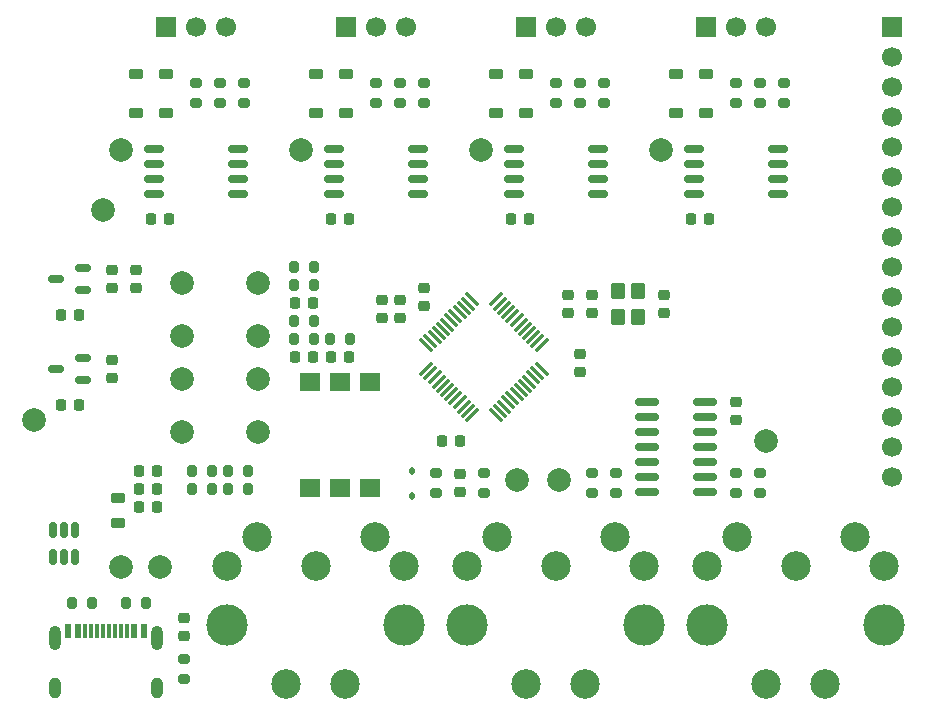
<source format=gbr>
%TF.GenerationSoftware,KiCad,Pcbnew,9.0.4*%
%TF.CreationDate,2025-12-28T22:29:46+01:00*%
%TF.ProjectId,Midi Expressor,4d696469-2045-4787-9072-6573736f722e,rev?*%
%TF.SameCoordinates,Original*%
%TF.FileFunction,Soldermask,Top*%
%TF.FilePolarity,Negative*%
%FSLAX46Y46*%
G04 Gerber Fmt 4.6, Leading zero omitted, Abs format (unit mm)*
G04 Created by KiCad (PCBNEW 9.0.4) date 2025-12-28 22:29:46*
%MOMM*%
%LPD*%
G01*
G04 APERTURE LIST*
G04 Aperture macros list*
%AMRoundRect*
0 Rectangle with rounded corners*
0 $1 Rounding radius*
0 $2 $3 $4 $5 $6 $7 $8 $9 X,Y pos of 4 corners*
0 Add a 4 corners polygon primitive as box body*
4,1,4,$2,$3,$4,$5,$6,$7,$8,$9,$2,$3,0*
0 Add four circle primitives for the rounded corners*
1,1,$1+$1,$2,$3*
1,1,$1+$1,$4,$5*
1,1,$1+$1,$6,$7*
1,1,$1+$1,$8,$9*
0 Add four rect primitives between the rounded corners*
20,1,$1+$1,$2,$3,$4,$5,0*
20,1,$1+$1,$4,$5,$6,$7,0*
20,1,$1+$1,$6,$7,$8,$9,0*
20,1,$1+$1,$8,$9,$2,$3,0*%
G04 Aperture macros list end*
%ADD10C,2.000000*%
%ADD11R,1.780000X1.520000*%
%ADD12RoundRect,0.225000X-0.225000X-0.250000X0.225000X-0.250000X0.225000X0.250000X-0.225000X0.250000X0*%
%ADD13RoundRect,0.112500X-0.112500X0.187500X-0.112500X-0.187500X0.112500X-0.187500X0.112500X0.187500X0*%
%ADD14C,3.500000*%
%ADD15C,2.500000*%
%ADD16R,1.700000X1.700000*%
%ADD17C,1.700000*%
%ADD18RoundRect,0.225000X0.375000X-0.225000X0.375000X0.225000X-0.375000X0.225000X-0.375000X-0.225000X0*%
%ADD19RoundRect,0.200000X-0.275000X0.200000X-0.275000X-0.200000X0.275000X-0.200000X0.275000X0.200000X0*%
%ADD20RoundRect,0.200000X0.275000X-0.200000X0.275000X0.200000X-0.275000X0.200000X-0.275000X-0.200000X0*%
%ADD21RoundRect,0.162500X0.650000X0.162500X-0.650000X0.162500X-0.650000X-0.162500X0.650000X-0.162500X0*%
%ADD22RoundRect,0.225000X-0.250000X0.225000X-0.250000X-0.225000X0.250000X-0.225000X0.250000X0.225000X0*%
%ADD23RoundRect,0.225000X0.250000X-0.225000X0.250000X0.225000X-0.250000X0.225000X-0.250000X-0.225000X0*%
%ADD24RoundRect,0.200000X-0.200000X-0.275000X0.200000X-0.275000X0.200000X0.275000X-0.200000X0.275000X0*%
%ADD25RoundRect,0.200000X0.200000X0.275000X-0.200000X0.275000X-0.200000X-0.275000X0.200000X-0.275000X0*%
%ADD26RoundRect,0.218750X0.381250X-0.218750X0.381250X0.218750X-0.381250X0.218750X-0.381250X-0.218750X0*%
%ADD27RoundRect,0.150000X0.150000X-0.512500X0.150000X0.512500X-0.150000X0.512500X-0.150000X-0.512500X0*%
%ADD28RoundRect,0.150000X0.512500X0.150000X-0.512500X0.150000X-0.512500X-0.150000X0.512500X-0.150000X0*%
%ADD29R,0.600000X1.240000*%
%ADD30R,0.300000X1.240000*%
%ADD31O,1.000000X2.100000*%
%ADD32O,1.000000X1.800000*%
%ADD33RoundRect,0.250000X0.350000X-0.450000X0.350000X0.450000X-0.350000X0.450000X-0.350000X-0.450000X0*%
%ADD34RoundRect,0.150000X-0.825000X-0.150000X0.825000X-0.150000X0.825000X0.150000X-0.825000X0.150000X0*%
%ADD35RoundRect,0.225000X0.225000X0.250000X-0.225000X0.250000X-0.225000X-0.250000X0.225000X-0.250000X0*%
%ADD36RoundRect,0.075000X0.415425X0.521491X-0.521491X-0.415425X-0.415425X-0.521491X0.521491X0.415425X0*%
%ADD37RoundRect,0.075000X-0.415425X0.521491X-0.521491X0.415425X0.415425X-0.521491X0.521491X-0.415425X0*%
G04 APERTURE END LIST*
D10*
%TO.C,TP2*%
X124968000Y-121158000D03*
%TD*%
D11*
%TO.C,U6*%
X148336000Y-126928000D03*
X150876000Y-126928000D03*
X153416000Y-126928000D03*
X153416000Y-117928000D03*
X150876000Y-117928000D03*
X148336000Y-117928000D03*
%TD*%
D10*
%TO.C,TP11*%
X178054000Y-98298000D03*
%TD*%
%TO.C,TP10*%
X162814000Y-98298000D03*
%TD*%
%TO.C,TP9*%
X147574000Y-98298000D03*
%TD*%
%TO.C,TP8*%
X132334000Y-98298000D03*
%TD*%
%TO.C,TP7*%
X186944000Y-122936000D03*
%TD*%
%TO.C,TP6*%
X169418000Y-126238000D03*
%TD*%
%TO.C,TP5*%
X135636000Y-133604000D03*
%TD*%
%TO.C,TP4*%
X130810000Y-103378000D03*
%TD*%
%TO.C,TP3*%
X165862000Y-126238000D03*
%TD*%
%TO.C,TP1*%
X132334000Y-133604000D03*
%TD*%
D12*
%TO.C,C22*%
X150101000Y-115824000D03*
X151651000Y-115824000D03*
%TD*%
D13*
%TO.C,D3*%
X156972000Y-125442000D03*
X156972000Y-127542000D03*
%TD*%
D14*
%TO.C,J4*%
X181984000Y-138510000D03*
X196984000Y-138510000D03*
D15*
X196984000Y-133510000D03*
X189484000Y-133510000D03*
X181984000Y-133510000D03*
X194484000Y-131010000D03*
X184484000Y-131010000D03*
X186984000Y-143510000D03*
X191984000Y-143510000D03*
%TD*%
D16*
%TO.C,J13*%
X181864000Y-87884000D03*
D17*
X184404000Y-87884000D03*
X186944000Y-87884000D03*
%TD*%
D18*
%TO.C,D10*%
X179324000Y-95122000D03*
X179324000Y-91822000D03*
%TD*%
D19*
%TO.C,R27*%
X186436000Y-92647000D03*
X186436000Y-94297000D03*
%TD*%
D20*
%TO.C,R13*%
X174244000Y-127317000D03*
X174244000Y-125667000D03*
%TD*%
D21*
%TO.C,U8*%
X157511500Y-101981000D03*
X157511500Y-100711000D03*
X157511500Y-99441000D03*
X157511500Y-98171000D03*
X150336500Y-98171000D03*
X150336500Y-99441000D03*
X150336500Y-100711000D03*
X150336500Y-101981000D03*
%TD*%
D22*
%TO.C,C16*%
X172212000Y-110561000D03*
X172212000Y-112111000D03*
%TD*%
D23*
%TO.C,C14*%
X155956000Y-112535000D03*
X155956000Y-110985000D03*
%TD*%
D24*
%TO.C,R4*%
X147003000Y-114300000D03*
X148653000Y-114300000D03*
%TD*%
D20*
%TO.C,R14*%
X172212000Y-127317000D03*
X172212000Y-125667000D03*
%TD*%
D12*
%TO.C,C3*%
X133845000Y-125476000D03*
X135395000Y-125476000D03*
%TD*%
D24*
%TO.C,R1*%
X147003000Y-108204000D03*
X148653000Y-108204000D03*
%TD*%
D23*
%TO.C,C13*%
X170180000Y-112111000D03*
X170180000Y-110561000D03*
%TD*%
D19*
%TO.C,R20*%
X157988000Y-92647000D03*
X157988000Y-94297000D03*
%TD*%
D25*
%TO.C,D2*%
X143065000Y-125476000D03*
X141415000Y-125476000D03*
%TD*%
D22*
%TO.C,C5*%
X131572000Y-116065000D03*
X131572000Y-117615000D03*
%TD*%
D20*
%TO.C,R15*%
X184404000Y-127317000D03*
X184404000Y-125667000D03*
%TD*%
D26*
%TO.C,FB1*%
X132080000Y-129840500D03*
X132080000Y-127715500D03*
%TD*%
D27*
%TO.C,U4*%
X126558000Y-132709500D03*
X127508000Y-132709500D03*
X128458000Y-132709500D03*
X128458000Y-130434500D03*
X127508000Y-130434500D03*
X126558000Y-130434500D03*
%TD*%
D20*
%TO.C,R10*%
X163068000Y-127317000D03*
X163068000Y-125667000D03*
%TD*%
D21*
%TO.C,U10*%
X187991500Y-101981000D03*
X187991500Y-100711000D03*
X187991500Y-99441000D03*
X187991500Y-98171000D03*
X180816500Y-98171000D03*
X180816500Y-99441000D03*
X180816500Y-100711000D03*
X180816500Y-101981000D03*
%TD*%
D19*
%TO.C,R24*%
X171196000Y-92647000D03*
X171196000Y-94297000D03*
%TD*%
D20*
%TO.C,R19*%
X138684000Y-94297000D03*
X138684000Y-92647000D03*
%TD*%
D18*
%TO.C,D11*%
X181864000Y-95122000D03*
X181864000Y-91822000D03*
%TD*%
D25*
%TO.C,R5*%
X140017000Y-127000000D03*
X138367000Y-127000000D03*
%TD*%
D22*
%TO.C,C20*%
X184404000Y-119621000D03*
X184404000Y-121171000D03*
%TD*%
D20*
%TO.C,R25*%
X169164000Y-94297000D03*
X169164000Y-92647000D03*
%TD*%
D22*
%TO.C,C8*%
X133604000Y-108445000D03*
X133604000Y-109995000D03*
%TD*%
D25*
%TO.C,R6*%
X143065000Y-127000000D03*
X141415000Y-127000000D03*
%TD*%
D18*
%TO.C,D9*%
X166624000Y-95122000D03*
X166624000Y-91822000D03*
%TD*%
D23*
%TO.C,C19*%
X137668000Y-139459000D03*
X137668000Y-137909000D03*
%TD*%
D21*
%TO.C,U9*%
X172751500Y-101981000D03*
X172751500Y-100711000D03*
X172751500Y-99441000D03*
X172751500Y-98171000D03*
X165576500Y-98171000D03*
X165576500Y-99441000D03*
X165576500Y-100711000D03*
X165576500Y-101981000D03*
%TD*%
D16*
%TO.C,J11*%
X166624000Y-87884000D03*
D17*
X169164000Y-87884000D03*
X171704000Y-87884000D03*
%TD*%
D19*
%TO.C,R23*%
X173228000Y-92647000D03*
X173228000Y-94297000D03*
%TD*%
D12*
%TO.C,C25*%
X165341000Y-104140000D03*
X166891000Y-104140000D03*
%TD*%
D19*
%TO.C,R7*%
X137668000Y-141415000D03*
X137668000Y-143065000D03*
%TD*%
D28*
%TO.C,U1*%
X129153500Y-117790000D03*
X129153500Y-115890000D03*
X126878500Y-116840000D03*
%TD*%
D25*
%TO.C,R8*%
X129857000Y-136652000D03*
X128207000Y-136652000D03*
%TD*%
D10*
%TO.C,SW1*%
X143966000Y-114010000D03*
X137466000Y-114010000D03*
X143966000Y-109510000D03*
X137466000Y-109510000D03*
%TD*%
D19*
%TO.C,R21*%
X155956000Y-92647000D03*
X155956000Y-94297000D03*
%TD*%
D12*
%TO.C,C4*%
X127241000Y-119888000D03*
X128791000Y-119888000D03*
%TD*%
D20*
%TO.C,R16*%
X186436000Y-127317000D03*
X186436000Y-125667000D03*
%TD*%
D23*
%TO.C,C21*%
X161036000Y-127267000D03*
X161036000Y-125717000D03*
%TD*%
D10*
%TO.C,SW2*%
X143966000Y-122138000D03*
X137466000Y-122138000D03*
X143966000Y-117638000D03*
X137466000Y-117638000D03*
%TD*%
D18*
%TO.C,D8*%
X164084000Y-95122000D03*
X164084000Y-91822000D03*
%TD*%
D16*
%TO.C,J9*%
X151384000Y-87884000D03*
D17*
X153924000Y-87884000D03*
X156464000Y-87884000D03*
%TD*%
D19*
%TO.C,R11*%
X159004000Y-125667000D03*
X159004000Y-127317000D03*
%TD*%
D12*
%TO.C,C23*%
X134861000Y-104140000D03*
X136411000Y-104140000D03*
%TD*%
D24*
%TO.C,R2*%
X147003000Y-109728000D03*
X148653000Y-109728000D03*
%TD*%
D29*
%TO.C,J1*%
X127864000Y-139023000D03*
X128664000Y-139023000D03*
D30*
X129814000Y-139023000D03*
X130814000Y-139023000D03*
X131314000Y-139023000D03*
X132314000Y-139023000D03*
D29*
X133464000Y-139023000D03*
X134264000Y-139023000D03*
X134264000Y-139023000D03*
X133464000Y-139023000D03*
D30*
X132814000Y-139023000D03*
X131814000Y-139023000D03*
X130314000Y-139023000D03*
X129314000Y-139023000D03*
D29*
X128664000Y-139023000D03*
X127864000Y-139023000D03*
D31*
X126744000Y-139623000D03*
D32*
X126744000Y-143823000D03*
D31*
X135384000Y-139623000D03*
D32*
X135384000Y-143823000D03*
%TD*%
D19*
%TO.C,R17*%
X142748000Y-92647000D03*
X142748000Y-94297000D03*
%TD*%
D18*
%TO.C,D4*%
X133604000Y-95122000D03*
X133604000Y-91822000D03*
%TD*%
D16*
%TO.C,J7*%
X136144000Y-87884000D03*
D17*
X138684000Y-87884000D03*
X141224000Y-87884000D03*
%TD*%
D22*
%TO.C,C7*%
X131572000Y-108445000D03*
X131572000Y-109995000D03*
%TD*%
D24*
%TO.C,R3*%
X147003000Y-112776000D03*
X148653000Y-112776000D03*
%TD*%
D12*
%TO.C,C24*%
X150101000Y-104140000D03*
X151651000Y-104140000D03*
%TD*%
D33*
%TO.C,Y1*%
X176110000Y-112436000D03*
X176110000Y-110236000D03*
X174410000Y-110236000D03*
X174410000Y-112436000D03*
%TD*%
D20*
%TO.C,R28*%
X184404000Y-94297000D03*
X184404000Y-92647000D03*
%TD*%
D21*
%TO.C,U7*%
X142271500Y-101981000D03*
X142271500Y-100711000D03*
X142271500Y-99441000D03*
X142271500Y-98171000D03*
X135096500Y-98171000D03*
X135096500Y-99441000D03*
X135096500Y-100711000D03*
X135096500Y-101981000D03*
%TD*%
D18*
%TO.C,D6*%
X148844000Y-95122000D03*
X148844000Y-91822000D03*
%TD*%
D24*
%TO.C,R9*%
X132779000Y-136652000D03*
X134429000Y-136652000D03*
%TD*%
D14*
%TO.C,J3*%
X161664000Y-138510000D03*
X176664000Y-138510000D03*
D15*
X176664000Y-133510000D03*
X169164000Y-133510000D03*
X161664000Y-133510000D03*
X174164000Y-131010000D03*
X164164000Y-131010000D03*
X166664000Y-143510000D03*
X171664000Y-143510000D03*
%TD*%
D16*
%TO.C,J5*%
X197612000Y-87884000D03*
D17*
X197612000Y-90424000D03*
X197612000Y-92964000D03*
X197612000Y-95504000D03*
X197612000Y-98044000D03*
X197612000Y-100584000D03*
X197612000Y-103124000D03*
X197612000Y-105664000D03*
X197612000Y-108204000D03*
X197612000Y-110744000D03*
X197612000Y-113284000D03*
X197612000Y-115824000D03*
X197612000Y-118364000D03*
X197612000Y-120904000D03*
X197612000Y-123444000D03*
X197612000Y-125984000D03*
%TD*%
D18*
%TO.C,D7*%
X151384000Y-95122000D03*
X151384000Y-91822000D03*
%TD*%
D34*
%TO.C,U5*%
X176849000Y-119634000D03*
X176849000Y-120904000D03*
X176849000Y-122174000D03*
X176849000Y-123444000D03*
X176849000Y-124714000D03*
X176849000Y-125984000D03*
X176849000Y-127254000D03*
X181799000Y-127254000D03*
X181799000Y-125984000D03*
X181799000Y-124714000D03*
X181799000Y-123444000D03*
X181799000Y-122174000D03*
X181799000Y-120904000D03*
X181799000Y-119634000D03*
%TD*%
D25*
%TO.C,D1*%
X140017000Y-125476000D03*
X138367000Y-125476000D03*
%TD*%
D12*
%TO.C,C6*%
X127241000Y-112268000D03*
X128791000Y-112268000D03*
%TD*%
D22*
%TO.C,C12*%
X171196000Y-115557000D03*
X171196000Y-117107000D03*
%TD*%
D12*
%TO.C,C2*%
X133845000Y-127000000D03*
X135395000Y-127000000D03*
%TD*%
D20*
%TO.C,R22*%
X153924000Y-94297000D03*
X153924000Y-92647000D03*
%TD*%
D24*
%TO.C,R12*%
X150051000Y-114300000D03*
X151701000Y-114300000D03*
%TD*%
D23*
%TO.C,C15*%
X178308000Y-112111000D03*
X178308000Y-110561000D03*
%TD*%
D12*
%TO.C,C1*%
X133845000Y-128524000D03*
X135395000Y-128524000D03*
%TD*%
D14*
%TO.C,J2*%
X141344000Y-138510000D03*
X156344000Y-138510000D03*
D15*
X156344000Y-133510000D03*
X148844000Y-133510000D03*
X141344000Y-133510000D03*
X153844000Y-131010000D03*
X143844000Y-131010000D03*
X146344000Y-143510000D03*
X151344000Y-143510000D03*
%TD*%
D23*
%TO.C,C10*%
X154432000Y-112535000D03*
X154432000Y-110985000D03*
%TD*%
D35*
%TO.C,C18*%
X148603000Y-115824000D03*
X147053000Y-115824000D03*
%TD*%
D19*
%TO.C,R26*%
X188468000Y-92647000D03*
X188468000Y-94297000D03*
%TD*%
D35*
%TO.C,C11*%
X161036000Y-122936000D03*
X159486000Y-122936000D03*
%TD*%
%TO.C,C17*%
X148603000Y-111252000D03*
X147053000Y-111252000D03*
%TD*%
D18*
%TO.C,D5*%
X136144000Y-95122000D03*
X136144000Y-91822000D03*
%TD*%
D12*
%TO.C,C26*%
X180581000Y-104140000D03*
X182131000Y-104140000D03*
%TD*%
D23*
%TO.C,C9*%
X157988000Y-111519000D03*
X157988000Y-109969000D03*
%TD*%
D36*
%TO.C,U3*%
X167955876Y-114825212D03*
X167602322Y-114471658D03*
X167248769Y-114118105D03*
X166895215Y-113764551D03*
X166541662Y-113410998D03*
X166188109Y-113057445D03*
X165834555Y-112703891D03*
X165481002Y-112350338D03*
X165127449Y-111996785D03*
X164773895Y-111643231D03*
X164420342Y-111289678D03*
X164066788Y-110936124D03*
D37*
X162069212Y-110936124D03*
X161715658Y-111289678D03*
X161362105Y-111643231D03*
X161008551Y-111996785D03*
X160654998Y-112350338D03*
X160301445Y-112703891D03*
X159947891Y-113057445D03*
X159594338Y-113410998D03*
X159240785Y-113764551D03*
X158887231Y-114118105D03*
X158533678Y-114471658D03*
X158180124Y-114825212D03*
D36*
X158180124Y-116822788D03*
X158533678Y-117176342D03*
X158887231Y-117529895D03*
X159240785Y-117883449D03*
X159594338Y-118237002D03*
X159947891Y-118590555D03*
X160301445Y-118944109D03*
X160654998Y-119297662D03*
X161008551Y-119651215D03*
X161362105Y-120004769D03*
X161715658Y-120358322D03*
X162069212Y-120711876D03*
D37*
X164066788Y-120711876D03*
X164420342Y-120358322D03*
X164773895Y-120004769D03*
X165127449Y-119651215D03*
X165481002Y-119297662D03*
X165834555Y-118944109D03*
X166188109Y-118590555D03*
X166541662Y-118237002D03*
X166895215Y-117883449D03*
X167248769Y-117529895D03*
X167602322Y-117176342D03*
X167955876Y-116822788D03*
%TD*%
D19*
%TO.C,R18*%
X140716000Y-92647000D03*
X140716000Y-94297000D03*
%TD*%
D28*
%TO.C,U2*%
X129153500Y-110170000D03*
X129153500Y-108270000D03*
X126878500Y-109220000D03*
%TD*%
M02*

</source>
